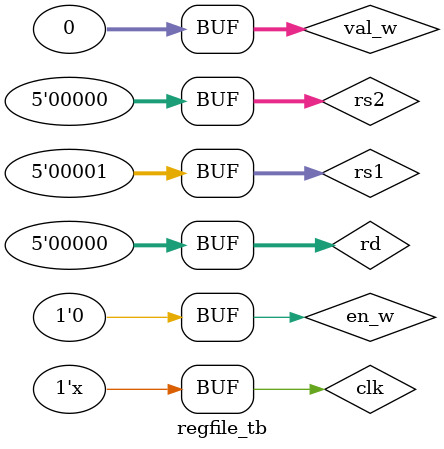
<source format=v>
`include "regfile.v"
module regfile_tb;
	reg clk, en_w;
	reg[4:0] rs1, rs2, rd;
	reg[31:0] val_w;
	wire[31:0] rs1_out, rs2_out;

	initial begin
		$monitor("rs1 = %d\n rs2 = %d\n rd = %d\n write_enable = %d\n write_value = %d\n rs1_out = %d\n rs2_out = %d\n\n",
		rs1, rs2, rd, en_w, val_w, rs1_out, rs2_out);
		#5 rs1 =0; rs2=0; rd=0; val_w=0; en_w=0;
		#10 rs1 =1; rs2=0; rd=1; val_w=24; en_w=1;
		#10;
		#5 rs1=1; rs2=0; rd=0; val_w=0; en_w=0;
	end

	always begin
		#5 clk = !clk;
	end

	regfile regfile_t(rs1, rs2, rd, val_w, en_w, clk, rs1_out, rs2_out);
	
endmodule

</source>
